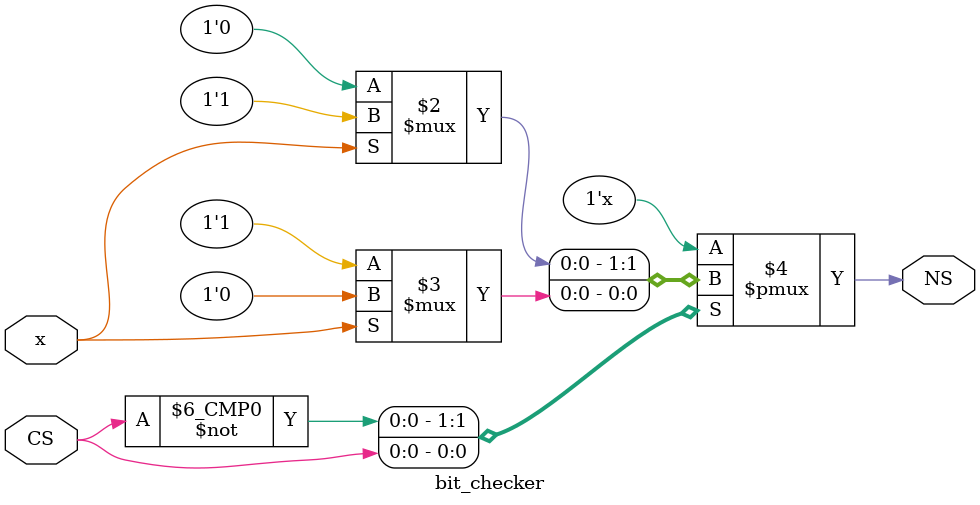
<source format=v>
module bit_checker(
    input x,
    input CS,
    output reg NS
);
    parameter S0=1'b0,S1=1'b1;

    always @ (x or CS)
        begin
        case(CS)
            S0 :begin
                NS = x ? S1 : S0 ;
            end
            S1 :begin 
                NS = x ? S0 : S1 ;
            end
        endcase
    end
endmodule
</source>
